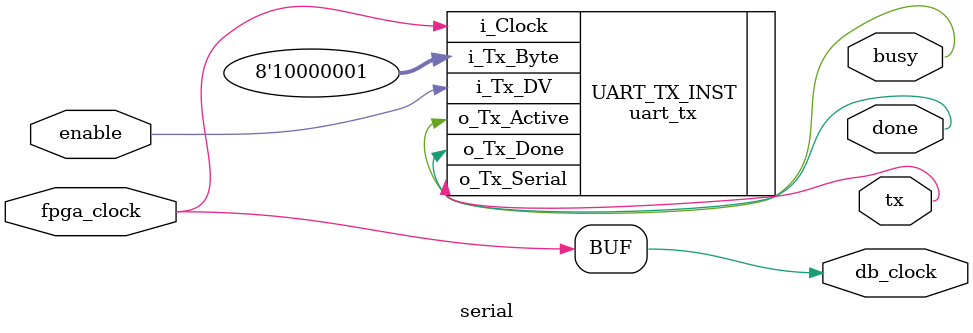
<source format=v>
module serial (
	input fpga_clock,
	output done,
	output busy,
	input enable,
	output tx, //fio serial de transmissão
	output db_clock
);
	// Want to interface to 9600 baud UART
	// 50000000 / 9600 = 5208 Clocks Per Bit (clock 50 MHz)

	
uart_tx #(5208) UART_TX_INST (
		.i_Clock(fpga_clock),
		.i_Tx_DV(enable), //enable
		.i_Tx_Byte(8'b010000001), 
		.o_Tx_Active(busy), //busy
		.o_Tx_Serial(tx),
		.o_Tx_Done(done) // pronto
	);
	
	assign db_clock = fpga_clock;
	
endmodule 
</source>
